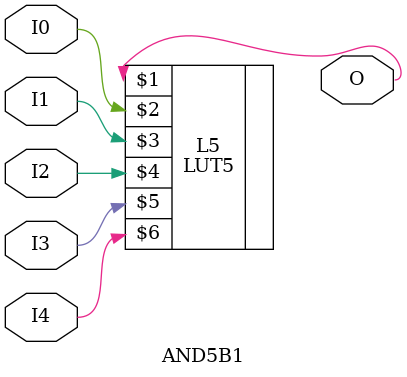
<source format=v>


`timescale  1 ps / 1 ps


module AND5B1 (O, I0, I1, I2, I3, I4);

    output O;

    input  I0, I1, I2, I3, I4;

    LUT5 #(.INIT(32'h40000000)) L5 (O, I0, I1, I2, I3, I4);

endmodule

</source>
